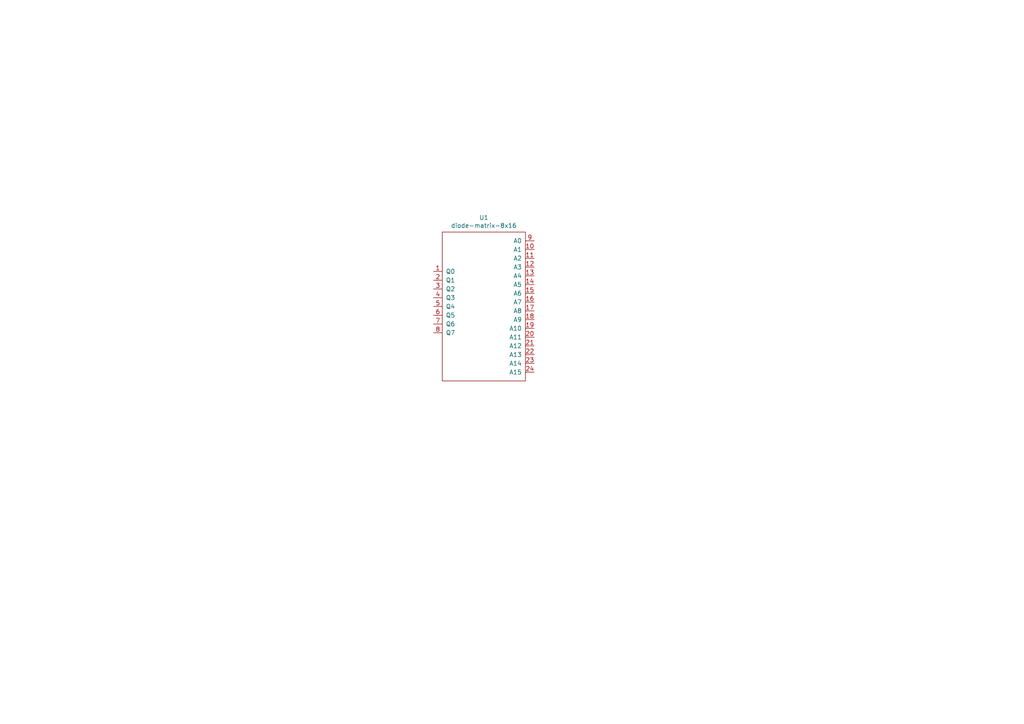
<source format=kicad_sch>
(kicad_sch (version 20211123) (generator eeschema)
  (paper "A4")
  (lib_symbols
    (symbol "stephen-breakouts:diode-matrix-8x16" (pin_names (offset 1.016))
      (property "Reference" "U" (at 5.08 6.35 0))
      (property "Value" "stephen-breakouts_diode-matrix-8x16" (at 5.08 6.35 0))
      (symbol "diode-matrix-8x16_0_1"
        (rectangle (start -7.62 3.81) (end 16.51 -39.37))
      )
      (symbol "diode-matrix-8x16_1_1"
        (pin output line (at -10.16 -7.62 0) (length 2.54) (name "Q0") (number "1"))
        (pin input line (at 19.05 -1.27 180) (length 2.54) (name "A1") (number "10"))
        (pin input line (at 19.05 -3.81 180) (length 2.54) (name "A2") (number "11"))
        (pin input line (at 19.05 -6.35 180) (length 2.54) (name "A3") (number "12"))
        (pin input line (at 19.05 -8.89 180) (length 2.54) (name "A4") (number "13"))
        (pin input line (at 19.05 -11.43 180) (length 2.54) (name "A5") (number "14"))
        (pin input line (at 19.05 -13.97 180) (length 2.54) (name "A6") (number "15"))
        (pin input line (at 19.05 -16.51 180) (length 2.54) (name "A7") (number "16"))
        (pin input line (at 19.05 -19.05 180) (length 2.54) (name "A8") (number "17"))
        (pin input line (at 19.05 -21.59 180) (length 2.54) (name "A9") (number "18"))
        (pin input line (at 19.05 -24.13 180) (length 2.54) (name "A10") (number "19"))
        (pin output line (at -10.16 -10.16 0) (length 2.54) (name "Q1") (number "2"))
        (pin input line (at 19.05 -26.67 180) (length 2.54) (name "A11") (number "20"))
        (pin input line (at 19.05 -29.21 180) (length 2.54) (name "A12") (number "21"))
        (pin input line (at 19.05 -31.75 180) (length 2.54) (name "A13") (number "22"))
        (pin input line (at 19.05 -34.29 180) (length 2.54) (name "A14") (number "23"))
        (pin input line (at 19.05 -36.83 180) (length 2.54) (name "A15") (number "24"))
        (pin output line (at -10.16 -12.7 0) (length 2.54) (name "Q2") (number "3"))
        (pin output line (at -10.16 -15.24 0) (length 2.54) (name "Q3") (number "4"))
        (pin output line (at -10.16 -17.78 0) (length 2.54) (name "Q4") (number "5"))
        (pin output line (at -10.16 -20.32 0) (length 2.54) (name "Q5") (number "6"))
        (pin output line (at -10.16 -22.86 0) (length 2.54) (name "Q6") (number "7"))
        (pin output line (at -10.16 -25.4 0) (length 2.54) (name "Q7") (number "8"))
        (pin input line (at 19.05 1.27 180) (length 2.54) (name "A0") (number "9"))
      )
    )
  )
  (symbol (lib_id "stephen-breakouts:diode-matrix-8x16") (at 135.89 71.12 0) (unit 1)
    (property "Reference" "U1" (at 140.335 63.119 0))
    (property "Value" "diode-matrix-8x16" (at 140.335 65.4304 0))
    (property "Footprint" "8-bit-computer:diode-array-sockets" (effects hide))
  )
)
</source>
